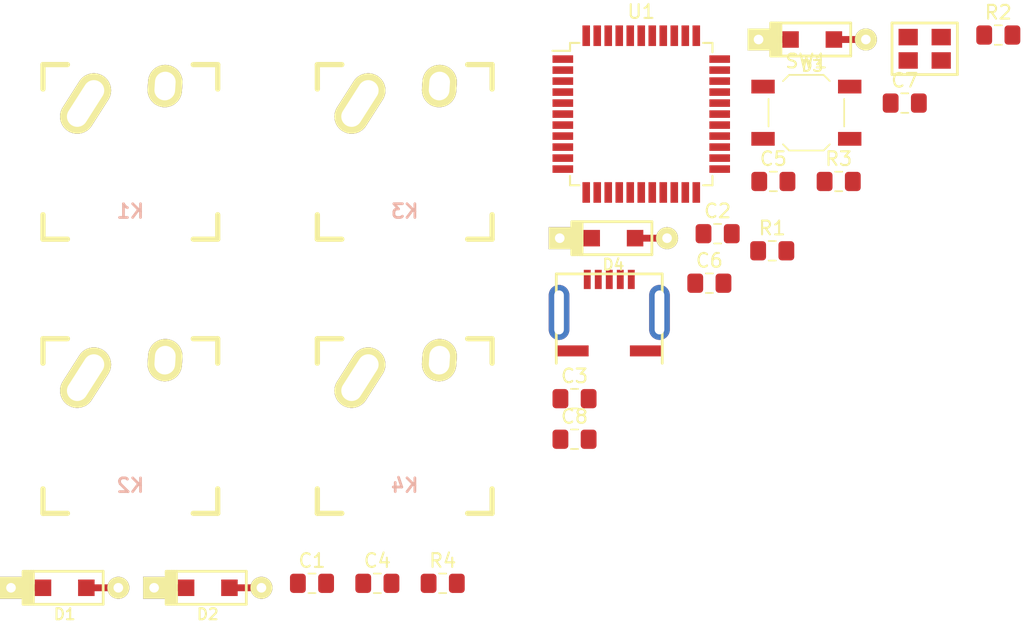
<source format=kicad_pcb>
(kicad_pcb (version 20171130) (host pcbnew "(5.1.5-0-10_14)")

  (general
    (thickness 1.6)
    (drawings 0)
    (tracks 0)
    (zones 0)
    (modules 24)
    (nets 46)
  )

  (page A4)
  (layers
    (0 F.Cu signal)
    (31 B.Cu signal)
    (32 B.Adhes user)
    (33 F.Adhes user)
    (34 B.Paste user)
    (35 F.Paste user)
    (36 B.SilkS user)
    (37 F.SilkS user)
    (38 B.Mask user)
    (39 F.Mask user)
    (40 Dwgs.User user)
    (41 Cmts.User user)
    (42 Eco1.User user)
    (43 Eco2.User user)
    (44 Edge.Cuts user)
    (45 Margin user)
    (46 B.CrtYd user)
    (47 F.CrtYd user)
    (48 B.Fab user)
    (49 F.Fab user)
  )

  (setup
    (last_trace_width 0.25)
    (trace_clearance 0.2)
    (zone_clearance 0.508)
    (zone_45_only no)
    (trace_min 0.2)
    (via_size 0.8)
    (via_drill 0.4)
    (via_min_size 0.4)
    (via_min_drill 0.3)
    (uvia_size 0.3)
    (uvia_drill 0.1)
    (uvias_allowed no)
    (uvia_min_size 0.2)
    (uvia_min_drill 0.1)
    (edge_width 0.05)
    (segment_width 0.2)
    (pcb_text_width 0.3)
    (pcb_text_size 1.5 1.5)
    (mod_edge_width 0.12)
    (mod_text_size 1 1)
    (mod_text_width 0.15)
    (pad_size 1.524 1.524)
    (pad_drill 0.762)
    (pad_to_mask_clearance 0.051)
    (solder_mask_min_width 0.25)
    (aux_axis_origin 0 0)
    (visible_elements FFFFFF7F)
    (pcbplotparams
      (layerselection 0x010fc_ffffffff)
      (usegerberextensions false)
      (usegerberattributes false)
      (usegerberadvancedattributes false)
      (creategerberjobfile false)
      (excludeedgelayer true)
      (linewidth 0.100000)
      (plotframeref false)
      (viasonmask false)
      (mode 1)
      (useauxorigin false)
      (hpglpennumber 1)
      (hpglpenspeed 20)
      (hpglpendiameter 15.000000)
      (psnegative false)
      (psa4output false)
      (plotreference true)
      (plotvalue true)
      (plotinvisibletext false)
      (padsonsilk false)
      (subtractmaskfromsilk false)
      (outputformat 1)
      (mirror false)
      (drillshape 1)
      (scaleselection 1)
      (outputdirectory ""))
  )

  (net 0 "")
  (net 1 "Net-(C1-Pad1)")
  (net 2 +5V)
  (net 3 "Net-(C2-Pad1)")
  (net 4 VCC)
  (net 5 "Net-(C8-Pad1)")
  (net 6 "Net-(D1-Pad2)")
  (net 7 "Net-(D1-Pad1)")
  (net 8 "Net-(D2-Pad2)")
  (net 9 "Net-(D3-Pad2)")
  (net 10 "Net-(D3-Pad1)")
  (net 11 "Net-(D4-Pad2)")
  (net 12 "Net-(J1-Pad1)")
  (net 13 "Net-(J1-Pad2)")
  (net 14 "Net-(J1-Pad3)")
  (net 15 "Net-(J1-Pad4)")
  (net 16 /col0)
  (net 17 /col1)
  (net 18 "Net-(R1-Pad1)")
  (net 19 "Net-(R2-Pad2)")
  (net 20 "Net-(R3-Pad1)")
  (net 21 "Net-(R4-Pad1)")
  (net 22 "Net-(U1-Pad1)")
  (net 23 "Net-(U1-Pad8)")
  (net 24 "Net-(U1-Pad9)")
  (net 25 "Net-(U1-Pad10)")
  (net 26 "Net-(U1-Pad11)")
  (net 27 "Net-(U1-Pad12)")
  (net 28 "Net-(U1-Pad18)")
  (net 29 "Net-(U1-Pad19)")
  (net 30 "Net-(U1-Pad20)")
  (net 31 "Net-(U1-Pad21)")
  (net 32 "Net-(U1-Pad22)")
  (net 33 "Net-(U1-Pad25)")
  (net 34 "Net-(U1-Pad26)")
  (net 35 "Net-(U1-Pad27)")
  (net 36 "Net-(U1-Pad28)")
  (net 37 "Net-(U1-Pad29)")
  (net 38 "Net-(U1-Pad30)")
  (net 39 "Net-(U1-Pad31)")
  (net 40 "Net-(U1-Pad32)")
  (net 41 "Net-(U1-Pad36)")
  (net 42 "Net-(U1-Pad37)")
  (net 43 /row1)
  (net 44 /row0)
  (net 45 "Net-(U1-Pad42)")

  (net_class Default "This is the default net class."
    (clearance 0.2)
    (trace_width 0.25)
    (via_dia 0.8)
    (via_drill 0.4)
    (uvia_dia 0.3)
    (uvia_drill 0.1)
    (add_net +5V)
    (add_net /col0)
    (add_net /col1)
    (add_net /row0)
    (add_net /row1)
    (add_net "Net-(C1-Pad1)")
    (add_net "Net-(C2-Pad1)")
    (add_net "Net-(C8-Pad1)")
    (add_net "Net-(D1-Pad1)")
    (add_net "Net-(D1-Pad2)")
    (add_net "Net-(D2-Pad2)")
    (add_net "Net-(D3-Pad1)")
    (add_net "Net-(D3-Pad2)")
    (add_net "Net-(D4-Pad2)")
    (add_net "Net-(J1-Pad1)")
    (add_net "Net-(J1-Pad2)")
    (add_net "Net-(J1-Pad3)")
    (add_net "Net-(J1-Pad4)")
    (add_net "Net-(R1-Pad1)")
    (add_net "Net-(R2-Pad2)")
    (add_net "Net-(R3-Pad1)")
    (add_net "Net-(R4-Pad1)")
    (add_net "Net-(U1-Pad1)")
    (add_net "Net-(U1-Pad10)")
    (add_net "Net-(U1-Pad11)")
    (add_net "Net-(U1-Pad12)")
    (add_net "Net-(U1-Pad18)")
    (add_net "Net-(U1-Pad19)")
    (add_net "Net-(U1-Pad20)")
    (add_net "Net-(U1-Pad21)")
    (add_net "Net-(U1-Pad22)")
    (add_net "Net-(U1-Pad25)")
    (add_net "Net-(U1-Pad26)")
    (add_net "Net-(U1-Pad27)")
    (add_net "Net-(U1-Pad28)")
    (add_net "Net-(U1-Pad29)")
    (add_net "Net-(U1-Pad30)")
    (add_net "Net-(U1-Pad31)")
    (add_net "Net-(U1-Pad32)")
    (add_net "Net-(U1-Pad36)")
    (add_net "Net-(U1-Pad37)")
    (add_net "Net-(U1-Pad42)")
    (add_net "Net-(U1-Pad8)")
    (add_net "Net-(U1-Pad9)")
    (add_net VCC)
  )

  (module Capacitor_SMD:C_0805_2012Metric_Pad1.15x1.40mm_HandSolder (layer F.Cu) (tedit 5B36C52B) (tstamp 5E42A4D5)
    (at 120.306251 78.955001)
    (descr "Capacitor SMD 0805 (2012 Metric), square (rectangular) end terminal, IPC_7351 nominal with elongated pad for handsoldering. (Body size source: https://docs.google.com/spreadsheets/d/1BsfQQcO9C6DZCsRaXUlFlo91Tg2WpOkGARC1WS5S8t0/edit?usp=sharing), generated with kicad-footprint-generator")
    (tags "capacitor handsolder")
    (path /5E41AA1B)
    (attr smd)
    (fp_text reference C1 (at 0 -1.65) (layer F.SilkS)
      (effects (font (size 1 1) (thickness 0.15)))
    )
    (fp_text value 22p (at 0 1.65) (layer F.Fab)
      (effects (font (size 1 1) (thickness 0.15)))
    )
    (fp_line (start -1 0.6) (end -1 -0.6) (layer F.Fab) (width 0.1))
    (fp_line (start -1 -0.6) (end 1 -0.6) (layer F.Fab) (width 0.1))
    (fp_line (start 1 -0.6) (end 1 0.6) (layer F.Fab) (width 0.1))
    (fp_line (start 1 0.6) (end -1 0.6) (layer F.Fab) (width 0.1))
    (fp_line (start -0.261252 -0.71) (end 0.261252 -0.71) (layer F.SilkS) (width 0.12))
    (fp_line (start -0.261252 0.71) (end 0.261252 0.71) (layer F.SilkS) (width 0.12))
    (fp_line (start -1.85 0.95) (end -1.85 -0.95) (layer F.CrtYd) (width 0.05))
    (fp_line (start -1.85 -0.95) (end 1.85 -0.95) (layer F.CrtYd) (width 0.05))
    (fp_line (start 1.85 -0.95) (end 1.85 0.95) (layer F.CrtYd) (width 0.05))
    (fp_line (start 1.85 0.95) (end -1.85 0.95) (layer F.CrtYd) (width 0.05))
    (fp_text user %R (at 0 0) (layer F.Fab)
      (effects (font (size 0.5 0.5) (thickness 0.08)))
    )
    (pad 1 smd roundrect (at -1.025 0) (size 1.15 1.4) (layers F.Cu F.Paste F.Mask) (roundrect_rratio 0.217391)
      (net 1 "Net-(C1-Pad1)"))
    (pad 2 smd roundrect (at 1.025 0) (size 1.15 1.4) (layers F.Cu F.Paste F.Mask) (roundrect_rratio 0.217391)
      (net 2 +5V))
    (model ${KISYS3DMOD}/Capacitor_SMD.3dshapes/C_0805_2012Metric.wrl
      (at (xyz 0 0 0))
      (scale (xyz 1 1 1))
      (rotate (xyz 0 0 0))
    )
  )

  (module Capacitor_SMD:C_0805_2012Metric_Pad1.15x1.40mm_HandSolder (layer F.Cu) (tedit 5B36C52B) (tstamp 5E42A4E6)
    (at 149.786251 53.525001)
    (descr "Capacitor SMD 0805 (2012 Metric), square (rectangular) end terminal, IPC_7351 nominal with elongated pad for handsoldering. (Body size source: https://docs.google.com/spreadsheets/d/1BsfQQcO9C6DZCsRaXUlFlo91Tg2WpOkGARC1WS5S8t0/edit?usp=sharing), generated with kicad-footprint-generator")
    (tags "capacitor handsolder")
    (path /5E41D142)
    (attr smd)
    (fp_text reference C2 (at 0 -1.65) (layer F.SilkS)
      (effects (font (size 1 1) (thickness 0.15)))
    )
    (fp_text value 22p (at 0 1.65) (layer F.Fab)
      (effects (font (size 1 1) (thickness 0.15)))
    )
    (fp_text user %R (at 0 0) (layer F.Fab)
      (effects (font (size 0.5 0.5) (thickness 0.08)))
    )
    (fp_line (start 1.85 0.95) (end -1.85 0.95) (layer F.CrtYd) (width 0.05))
    (fp_line (start 1.85 -0.95) (end 1.85 0.95) (layer F.CrtYd) (width 0.05))
    (fp_line (start -1.85 -0.95) (end 1.85 -0.95) (layer F.CrtYd) (width 0.05))
    (fp_line (start -1.85 0.95) (end -1.85 -0.95) (layer F.CrtYd) (width 0.05))
    (fp_line (start -0.261252 0.71) (end 0.261252 0.71) (layer F.SilkS) (width 0.12))
    (fp_line (start -0.261252 -0.71) (end 0.261252 -0.71) (layer F.SilkS) (width 0.12))
    (fp_line (start 1 0.6) (end -1 0.6) (layer F.Fab) (width 0.1))
    (fp_line (start 1 -0.6) (end 1 0.6) (layer F.Fab) (width 0.1))
    (fp_line (start -1 -0.6) (end 1 -0.6) (layer F.Fab) (width 0.1))
    (fp_line (start -1 0.6) (end -1 -0.6) (layer F.Fab) (width 0.1))
    (pad 2 smd roundrect (at 1.025 0) (size 1.15 1.4) (layers F.Cu F.Paste F.Mask) (roundrect_rratio 0.217391)
      (net 2 +5V))
    (pad 1 smd roundrect (at -1.025 0) (size 1.15 1.4) (layers F.Cu F.Paste F.Mask) (roundrect_rratio 0.217391)
      (net 3 "Net-(C2-Pad1)"))
    (model ${KISYS3DMOD}/Capacitor_SMD.3dshapes/C_0805_2012Metric.wrl
      (at (xyz 0 0 0))
      (scale (xyz 1 1 1))
      (rotate (xyz 0 0 0))
    )
  )

  (module Capacitor_SMD:C_0805_2012Metric_Pad1.15x1.40mm_HandSolder (layer F.Cu) (tedit 5B36C52B) (tstamp 5E42A4F7)
    (at 139.386251 65.525001)
    (descr "Capacitor SMD 0805 (2012 Metric), square (rectangular) end terminal, IPC_7351 nominal with elongated pad for handsoldering. (Body size source: https://docs.google.com/spreadsheets/d/1BsfQQcO9C6DZCsRaXUlFlo91Tg2WpOkGARC1WS5S8t0/edit?usp=sharing), generated with kicad-footprint-generator")
    (tags "capacitor handsolder")
    (path /5E435352)
    (attr smd)
    (fp_text reference C3 (at 0 -1.65) (layer F.SilkS)
      (effects (font (size 1 1) (thickness 0.15)))
    )
    (fp_text value 0.1u (at 0 1.65) (layer F.Fab)
      (effects (font (size 1 1) (thickness 0.15)))
    )
    (fp_line (start -1 0.6) (end -1 -0.6) (layer F.Fab) (width 0.1))
    (fp_line (start -1 -0.6) (end 1 -0.6) (layer F.Fab) (width 0.1))
    (fp_line (start 1 -0.6) (end 1 0.6) (layer F.Fab) (width 0.1))
    (fp_line (start 1 0.6) (end -1 0.6) (layer F.Fab) (width 0.1))
    (fp_line (start -0.261252 -0.71) (end 0.261252 -0.71) (layer F.SilkS) (width 0.12))
    (fp_line (start -0.261252 0.71) (end 0.261252 0.71) (layer F.SilkS) (width 0.12))
    (fp_line (start -1.85 0.95) (end -1.85 -0.95) (layer F.CrtYd) (width 0.05))
    (fp_line (start -1.85 -0.95) (end 1.85 -0.95) (layer F.CrtYd) (width 0.05))
    (fp_line (start 1.85 -0.95) (end 1.85 0.95) (layer F.CrtYd) (width 0.05))
    (fp_line (start 1.85 0.95) (end -1.85 0.95) (layer F.CrtYd) (width 0.05))
    (fp_text user %R (at 0 0) (layer F.Fab)
      (effects (font (size 0.5 0.5) (thickness 0.08)))
    )
    (pad 1 smd roundrect (at -1.025 0) (size 1.15 1.4) (layers F.Cu F.Paste F.Mask) (roundrect_rratio 0.217391)
      (net 4 VCC))
    (pad 2 smd roundrect (at 1.025 0) (size 1.15 1.4) (layers F.Cu F.Paste F.Mask) (roundrect_rratio 0.217391)
      (net 2 +5V))
    (model ${KISYS3DMOD}/Capacitor_SMD.3dshapes/C_0805_2012Metric.wrl
      (at (xyz 0 0 0))
      (scale (xyz 1 1 1))
      (rotate (xyz 0 0 0))
    )
  )

  (module Capacitor_SMD:C_0805_2012Metric_Pad1.15x1.40mm_HandSolder (layer F.Cu) (tedit 5B36C52B) (tstamp 5E42A508)
    (at 125.056251 78.955001)
    (descr "Capacitor SMD 0805 (2012 Metric), square (rectangular) end terminal, IPC_7351 nominal with elongated pad for handsoldering. (Body size source: https://docs.google.com/spreadsheets/d/1BsfQQcO9C6DZCsRaXUlFlo91Tg2WpOkGARC1WS5S8t0/edit?usp=sharing), generated with kicad-footprint-generator")
    (tags "capacitor handsolder")
    (path /5E43699F)
    (attr smd)
    (fp_text reference C4 (at 0 -1.65) (layer F.SilkS)
      (effects (font (size 1 1) (thickness 0.15)))
    )
    (fp_text value 0.1u (at 0 1.65) (layer F.Fab)
      (effects (font (size 1 1) (thickness 0.15)))
    )
    (fp_text user %R (at 0 0) (layer F.Fab)
      (effects (font (size 0.5 0.5) (thickness 0.08)))
    )
    (fp_line (start 1.85 0.95) (end -1.85 0.95) (layer F.CrtYd) (width 0.05))
    (fp_line (start 1.85 -0.95) (end 1.85 0.95) (layer F.CrtYd) (width 0.05))
    (fp_line (start -1.85 -0.95) (end 1.85 -0.95) (layer F.CrtYd) (width 0.05))
    (fp_line (start -1.85 0.95) (end -1.85 -0.95) (layer F.CrtYd) (width 0.05))
    (fp_line (start -0.261252 0.71) (end 0.261252 0.71) (layer F.SilkS) (width 0.12))
    (fp_line (start -0.261252 -0.71) (end 0.261252 -0.71) (layer F.SilkS) (width 0.12))
    (fp_line (start 1 0.6) (end -1 0.6) (layer F.Fab) (width 0.1))
    (fp_line (start 1 -0.6) (end 1 0.6) (layer F.Fab) (width 0.1))
    (fp_line (start -1 -0.6) (end 1 -0.6) (layer F.Fab) (width 0.1))
    (fp_line (start -1 0.6) (end -1 -0.6) (layer F.Fab) (width 0.1))
    (pad 2 smd roundrect (at 1.025 0) (size 1.15 1.4) (layers F.Cu F.Paste F.Mask) (roundrect_rratio 0.217391)
      (net 2 +5V))
    (pad 1 smd roundrect (at -1.025 0) (size 1.15 1.4) (layers F.Cu F.Paste F.Mask) (roundrect_rratio 0.217391)
      (net 4 VCC))
    (model ${KISYS3DMOD}/Capacitor_SMD.3dshapes/C_0805_2012Metric.wrl
      (at (xyz 0 0 0))
      (scale (xyz 1 1 1))
      (rotate (xyz 0 0 0))
    )
  )

  (module Capacitor_SMD:C_0805_2012Metric_Pad1.15x1.40mm_HandSolder (layer F.Cu) (tedit 5B36C52B) (tstamp 5E42A519)
    (at 153.836251 49.725001)
    (descr "Capacitor SMD 0805 (2012 Metric), square (rectangular) end terminal, IPC_7351 nominal with elongated pad for handsoldering. (Body size source: https://docs.google.com/spreadsheets/d/1BsfQQcO9C6DZCsRaXUlFlo91Tg2WpOkGARC1WS5S8t0/edit?usp=sharing), generated with kicad-footprint-generator")
    (tags "capacitor handsolder")
    (path /5E436B9B)
    (attr smd)
    (fp_text reference C5 (at 0 -1.65) (layer F.SilkS)
      (effects (font (size 1 1) (thickness 0.15)))
    )
    (fp_text value 0.1u (at 0 1.65) (layer F.Fab)
      (effects (font (size 1 1) (thickness 0.15)))
    )
    (fp_line (start -1 0.6) (end -1 -0.6) (layer F.Fab) (width 0.1))
    (fp_line (start -1 -0.6) (end 1 -0.6) (layer F.Fab) (width 0.1))
    (fp_line (start 1 -0.6) (end 1 0.6) (layer F.Fab) (width 0.1))
    (fp_line (start 1 0.6) (end -1 0.6) (layer F.Fab) (width 0.1))
    (fp_line (start -0.261252 -0.71) (end 0.261252 -0.71) (layer F.SilkS) (width 0.12))
    (fp_line (start -0.261252 0.71) (end 0.261252 0.71) (layer F.SilkS) (width 0.12))
    (fp_line (start -1.85 0.95) (end -1.85 -0.95) (layer F.CrtYd) (width 0.05))
    (fp_line (start -1.85 -0.95) (end 1.85 -0.95) (layer F.CrtYd) (width 0.05))
    (fp_line (start 1.85 -0.95) (end 1.85 0.95) (layer F.CrtYd) (width 0.05))
    (fp_line (start 1.85 0.95) (end -1.85 0.95) (layer F.CrtYd) (width 0.05))
    (fp_text user %R (at 0 0) (layer F.Fab)
      (effects (font (size 0.5 0.5) (thickness 0.08)))
    )
    (pad 1 smd roundrect (at -1.025 0) (size 1.15 1.4) (layers F.Cu F.Paste F.Mask) (roundrect_rratio 0.217391)
      (net 4 VCC))
    (pad 2 smd roundrect (at 1.025 0) (size 1.15 1.4) (layers F.Cu F.Paste F.Mask) (roundrect_rratio 0.217391)
      (net 2 +5V))
    (model ${KISYS3DMOD}/Capacitor_SMD.3dshapes/C_0805_2012Metric.wrl
      (at (xyz 0 0 0))
      (scale (xyz 1 1 1))
      (rotate (xyz 0 0 0))
    )
  )

  (module Capacitor_SMD:C_0805_2012Metric_Pad1.15x1.40mm_HandSolder (layer F.Cu) (tedit 5B36C52B) (tstamp 5E42A52A)
    (at 149.186251 57.125001)
    (descr "Capacitor SMD 0805 (2012 Metric), square (rectangular) end terminal, IPC_7351 nominal with elongated pad for handsoldering. (Body size source: https://docs.google.com/spreadsheets/d/1BsfQQcO9C6DZCsRaXUlFlo91Tg2WpOkGARC1WS5S8t0/edit?usp=sharing), generated with kicad-footprint-generator")
    (tags "capacitor handsolder")
    (path /5E4458EB)
    (attr smd)
    (fp_text reference C6 (at 0 -1.65) (layer F.SilkS)
      (effects (font (size 1 1) (thickness 0.15)))
    )
    (fp_text value 0.1u (at 0 1.65) (layer F.Fab)
      (effects (font (size 1 1) (thickness 0.15)))
    )
    (fp_text user %R (at 0 0) (layer F.Fab)
      (effects (font (size 0.5 0.5) (thickness 0.08)))
    )
    (fp_line (start 1.85 0.95) (end -1.85 0.95) (layer F.CrtYd) (width 0.05))
    (fp_line (start 1.85 -0.95) (end 1.85 0.95) (layer F.CrtYd) (width 0.05))
    (fp_line (start -1.85 -0.95) (end 1.85 -0.95) (layer F.CrtYd) (width 0.05))
    (fp_line (start -1.85 0.95) (end -1.85 -0.95) (layer F.CrtYd) (width 0.05))
    (fp_line (start -0.261252 0.71) (end 0.261252 0.71) (layer F.SilkS) (width 0.12))
    (fp_line (start -0.261252 -0.71) (end 0.261252 -0.71) (layer F.SilkS) (width 0.12))
    (fp_line (start 1 0.6) (end -1 0.6) (layer F.Fab) (width 0.1))
    (fp_line (start 1 -0.6) (end 1 0.6) (layer F.Fab) (width 0.1))
    (fp_line (start -1 -0.6) (end 1 -0.6) (layer F.Fab) (width 0.1))
    (fp_line (start -1 0.6) (end -1 -0.6) (layer F.Fab) (width 0.1))
    (pad 2 smd roundrect (at 1.025 0) (size 1.15 1.4) (layers F.Cu F.Paste F.Mask) (roundrect_rratio 0.217391)
      (net 2 +5V))
    (pad 1 smd roundrect (at -1.025 0) (size 1.15 1.4) (layers F.Cu F.Paste F.Mask) (roundrect_rratio 0.217391)
      (net 4 VCC))
    (model ${KISYS3DMOD}/Capacitor_SMD.3dshapes/C_0805_2012Metric.wrl
      (at (xyz 0 0 0))
      (scale (xyz 1 1 1))
      (rotate (xyz 0 0 0))
    )
  )

  (module Capacitor_SMD:C_0805_2012Metric_Pad1.15x1.40mm_HandSolder (layer F.Cu) (tedit 5B36C52B) (tstamp 5E42A53B)
    (at 163.386251 44.025001)
    (descr "Capacitor SMD 0805 (2012 Metric), square (rectangular) end terminal, IPC_7351 nominal with elongated pad for handsoldering. (Body size source: https://docs.google.com/spreadsheets/d/1BsfQQcO9C6DZCsRaXUlFlo91Tg2WpOkGARC1WS5S8t0/edit?usp=sharing), generated with kicad-footprint-generator")
    (tags "capacitor handsolder")
    (path /5E44713C)
    (attr smd)
    (fp_text reference C7 (at 0 -1.65) (layer F.SilkS)
      (effects (font (size 1 1) (thickness 0.15)))
    )
    (fp_text value 4.7u (at 0 1.65) (layer F.Fab)
      (effects (font (size 1 1) (thickness 0.15)))
    )
    (fp_line (start -1 0.6) (end -1 -0.6) (layer F.Fab) (width 0.1))
    (fp_line (start -1 -0.6) (end 1 -0.6) (layer F.Fab) (width 0.1))
    (fp_line (start 1 -0.6) (end 1 0.6) (layer F.Fab) (width 0.1))
    (fp_line (start 1 0.6) (end -1 0.6) (layer F.Fab) (width 0.1))
    (fp_line (start -0.261252 -0.71) (end 0.261252 -0.71) (layer F.SilkS) (width 0.12))
    (fp_line (start -0.261252 0.71) (end 0.261252 0.71) (layer F.SilkS) (width 0.12))
    (fp_line (start -1.85 0.95) (end -1.85 -0.95) (layer F.CrtYd) (width 0.05))
    (fp_line (start -1.85 -0.95) (end 1.85 -0.95) (layer F.CrtYd) (width 0.05))
    (fp_line (start 1.85 -0.95) (end 1.85 0.95) (layer F.CrtYd) (width 0.05))
    (fp_line (start 1.85 0.95) (end -1.85 0.95) (layer F.CrtYd) (width 0.05))
    (fp_text user %R (at 0 0) (layer F.Fab)
      (effects (font (size 0.5 0.5) (thickness 0.08)))
    )
    (pad 1 smd roundrect (at -1.025 0) (size 1.15 1.4) (layers F.Cu F.Paste F.Mask) (roundrect_rratio 0.217391)
      (net 4 VCC))
    (pad 2 smd roundrect (at 1.025 0) (size 1.15 1.4) (layers F.Cu F.Paste F.Mask) (roundrect_rratio 0.217391)
      (net 2 +5V))
    (model ${KISYS3DMOD}/Capacitor_SMD.3dshapes/C_0805_2012Metric.wrl
      (at (xyz 0 0 0))
      (scale (xyz 1 1 1))
      (rotate (xyz 0 0 0))
    )
  )

  (module Capacitor_SMD:C_0805_2012Metric_Pad1.15x1.40mm_HandSolder (layer F.Cu) (tedit 5B36C52B) (tstamp 5E42A54C)
    (at 139.386251 68.475001)
    (descr "Capacitor SMD 0805 (2012 Metric), square (rectangular) end terminal, IPC_7351 nominal with elongated pad for handsoldering. (Body size source: https://docs.google.com/spreadsheets/d/1BsfQQcO9C6DZCsRaXUlFlo91Tg2WpOkGARC1WS5S8t0/edit?usp=sharing), generated with kicad-footprint-generator")
    (tags "capacitor handsolder")
    (path /5E479A74)
    (attr smd)
    (fp_text reference C8 (at 0 -1.65) (layer F.SilkS)
      (effects (font (size 1 1) (thickness 0.15)))
    )
    (fp_text value 1u (at 0 1.65) (layer F.Fab)
      (effects (font (size 1 1) (thickness 0.15)))
    )
    (fp_text user %R (at 0 0) (layer F.Fab)
      (effects (font (size 0.5 0.5) (thickness 0.08)))
    )
    (fp_line (start 1.85 0.95) (end -1.85 0.95) (layer F.CrtYd) (width 0.05))
    (fp_line (start 1.85 -0.95) (end 1.85 0.95) (layer F.CrtYd) (width 0.05))
    (fp_line (start -1.85 -0.95) (end 1.85 -0.95) (layer F.CrtYd) (width 0.05))
    (fp_line (start -1.85 0.95) (end -1.85 -0.95) (layer F.CrtYd) (width 0.05))
    (fp_line (start -0.261252 0.71) (end 0.261252 0.71) (layer F.SilkS) (width 0.12))
    (fp_line (start -0.261252 -0.71) (end 0.261252 -0.71) (layer F.SilkS) (width 0.12))
    (fp_line (start 1 0.6) (end -1 0.6) (layer F.Fab) (width 0.1))
    (fp_line (start 1 -0.6) (end 1 0.6) (layer F.Fab) (width 0.1))
    (fp_line (start -1 -0.6) (end 1 -0.6) (layer F.Fab) (width 0.1))
    (fp_line (start -1 0.6) (end -1 -0.6) (layer F.Fab) (width 0.1))
    (pad 2 smd roundrect (at 1.025 0) (size 1.15 1.4) (layers F.Cu F.Paste F.Mask) (roundrect_rratio 0.217391)
      (net 2 +5V))
    (pad 1 smd roundrect (at -1.025 0) (size 1.15 1.4) (layers F.Cu F.Paste F.Mask) (roundrect_rratio 0.217391)
      (net 5 "Net-(C8-Pad1)"))
    (model ${KISYS3DMOD}/Capacitor_SMD.3dshapes/C_0805_2012Metric.wrl
      (at (xyz 0 0 0))
      (scale (xyz 1 1 1))
      (rotate (xyz 0 0 0))
    )
  )

  (module keyboard_parts:D_SOD123_axial (layer F.Cu) (tedit 561B6A12) (tstamp 5E42A55F)
    (at 102.33125 79.280001)
    (path /5E4B5AE0)
    (attr smd)
    (fp_text reference D1 (at 0 1.925) (layer F.SilkS)
      (effects (font (size 0.8 0.8) (thickness 0.15)))
    )
    (fp_text value D (at 0 -1.925) (layer F.SilkS) hide
      (effects (font (size 0.8 0.8) (thickness 0.15)))
    )
    (fp_line (start -2.275 -1.2) (end -2.275 1.2) (layer F.SilkS) (width 0.2))
    (fp_line (start -2.45 -1.2) (end -2.45 1.2) (layer F.SilkS) (width 0.2))
    (fp_line (start -2.625 -1.2) (end -2.625 1.2) (layer F.SilkS) (width 0.2))
    (fp_line (start -3.025 1.2) (end -3.025 -1.2) (layer F.SilkS) (width 0.2))
    (fp_line (start -2.8 -1.2) (end -2.8 1.2) (layer F.SilkS) (width 0.2))
    (fp_line (start -2.925 -1.2) (end -2.925 1.2) (layer F.SilkS) (width 0.2))
    (fp_line (start -3 -1.2) (end 2.8 -1.2) (layer F.SilkS) (width 0.2))
    (fp_line (start 2.8 -1.2) (end 2.8 1.2) (layer F.SilkS) (width 0.2))
    (fp_line (start 2.8 1.2) (end -3 1.2) (layer F.SilkS) (width 0.2))
    (pad 2 smd rect (at 1.575 0) (size 1.2 1.2) (layers F.Cu F.Paste F.Mask)
      (net 6 "Net-(D1-Pad2)"))
    (pad 1 smd rect (at -1.575 0) (size 1.2 1.2) (layers F.Cu F.Paste F.Mask)
      (net 7 "Net-(D1-Pad1)"))
    (pad 1 thru_hole rect (at -3.9 0) (size 1.6 1.6) (drill 0.7) (layers *.Cu *.Mask F.SilkS)
      (net 7 "Net-(D1-Pad1)"))
    (pad 2 thru_hole circle (at 3.9 0) (size 1.6 1.6) (drill 0.7) (layers *.Cu *.Mask F.SilkS)
      (net 6 "Net-(D1-Pad2)"))
    (pad 1 smd rect (at -2.7 0) (size 2.5 0.5) (layers F.Cu)
      (net 7 "Net-(D1-Pad1)") (solder_mask_margin -999))
    (pad 2 smd rect (at 2.7 0) (size 2.5 0.5) (layers F.Cu)
      (net 6 "Net-(D1-Pad2)") (solder_mask_margin -999))
  )

  (module keyboard_parts:D_SOD123_axial (layer F.Cu) (tedit 561B6A12) (tstamp 5E42A572)
    (at 112.73125 79.280001)
    (path /5E4BD267)
    (attr smd)
    (fp_text reference D2 (at 0 1.925) (layer F.SilkS)
      (effects (font (size 0.8 0.8) (thickness 0.15)))
    )
    (fp_text value D (at 0 -1.925) (layer F.SilkS) hide
      (effects (font (size 0.8 0.8) (thickness 0.15)))
    )
    (fp_line (start -2.275 -1.2) (end -2.275 1.2) (layer F.SilkS) (width 0.2))
    (fp_line (start -2.45 -1.2) (end -2.45 1.2) (layer F.SilkS) (width 0.2))
    (fp_line (start -2.625 -1.2) (end -2.625 1.2) (layer F.SilkS) (width 0.2))
    (fp_line (start -3.025 1.2) (end -3.025 -1.2) (layer F.SilkS) (width 0.2))
    (fp_line (start -2.8 -1.2) (end -2.8 1.2) (layer F.SilkS) (width 0.2))
    (fp_line (start -2.925 -1.2) (end -2.925 1.2) (layer F.SilkS) (width 0.2))
    (fp_line (start -3 -1.2) (end 2.8 -1.2) (layer F.SilkS) (width 0.2))
    (fp_line (start 2.8 -1.2) (end 2.8 1.2) (layer F.SilkS) (width 0.2))
    (fp_line (start 2.8 1.2) (end -3 1.2) (layer F.SilkS) (width 0.2))
    (pad 2 smd rect (at 1.575 0) (size 1.2 1.2) (layers F.Cu F.Paste F.Mask)
      (net 8 "Net-(D2-Pad2)"))
    (pad 1 smd rect (at -1.575 0) (size 1.2 1.2) (layers F.Cu F.Paste F.Mask)
      (net 7 "Net-(D1-Pad1)"))
    (pad 1 thru_hole rect (at -3.9 0) (size 1.6 1.6) (drill 0.7) (layers *.Cu *.Mask F.SilkS)
      (net 7 "Net-(D1-Pad1)"))
    (pad 2 thru_hole circle (at 3.9 0) (size 1.6 1.6) (drill 0.7) (layers *.Cu *.Mask F.SilkS)
      (net 8 "Net-(D2-Pad2)"))
    (pad 1 smd rect (at -2.7 0) (size 2.5 0.5) (layers F.Cu)
      (net 7 "Net-(D1-Pad1)") (solder_mask_margin -999))
    (pad 2 smd rect (at 2.7 0) (size 2.5 0.5) (layers F.Cu)
      (net 8 "Net-(D2-Pad2)") (solder_mask_margin -999))
  )

  (module keyboard_parts:D_SOD123_axial (layer F.Cu) (tedit 561B6A12) (tstamp 5E42A585)
    (at 156.66125 39.400001)
    (path /5E4BF5C9)
    (attr smd)
    (fp_text reference D3 (at 0 1.925) (layer F.SilkS)
      (effects (font (size 0.8 0.8) (thickness 0.15)))
    )
    (fp_text value D (at 0 -1.925) (layer F.SilkS) hide
      (effects (font (size 0.8 0.8) (thickness 0.15)))
    )
    (fp_line (start 2.8 1.2) (end -3 1.2) (layer F.SilkS) (width 0.2))
    (fp_line (start 2.8 -1.2) (end 2.8 1.2) (layer F.SilkS) (width 0.2))
    (fp_line (start -3 -1.2) (end 2.8 -1.2) (layer F.SilkS) (width 0.2))
    (fp_line (start -2.925 -1.2) (end -2.925 1.2) (layer F.SilkS) (width 0.2))
    (fp_line (start -2.8 -1.2) (end -2.8 1.2) (layer F.SilkS) (width 0.2))
    (fp_line (start -3.025 1.2) (end -3.025 -1.2) (layer F.SilkS) (width 0.2))
    (fp_line (start -2.625 -1.2) (end -2.625 1.2) (layer F.SilkS) (width 0.2))
    (fp_line (start -2.45 -1.2) (end -2.45 1.2) (layer F.SilkS) (width 0.2))
    (fp_line (start -2.275 -1.2) (end -2.275 1.2) (layer F.SilkS) (width 0.2))
    (pad 2 smd rect (at 2.7 0) (size 2.5 0.5) (layers F.Cu)
      (net 9 "Net-(D3-Pad2)") (solder_mask_margin -999))
    (pad 1 smd rect (at -2.7 0) (size 2.5 0.5) (layers F.Cu)
      (net 10 "Net-(D3-Pad1)") (solder_mask_margin -999))
    (pad 2 thru_hole circle (at 3.9 0) (size 1.6 1.6) (drill 0.7) (layers *.Cu *.Mask F.SilkS)
      (net 9 "Net-(D3-Pad2)"))
    (pad 1 thru_hole rect (at -3.9 0) (size 1.6 1.6) (drill 0.7) (layers *.Cu *.Mask F.SilkS)
      (net 10 "Net-(D3-Pad1)"))
    (pad 1 smd rect (at -1.575 0) (size 1.2 1.2) (layers F.Cu F.Paste F.Mask)
      (net 10 "Net-(D3-Pad1)"))
    (pad 2 smd rect (at 1.575 0) (size 1.2 1.2) (layers F.Cu F.Paste F.Mask)
      (net 9 "Net-(D3-Pad2)"))
  )

  (module keyboard_parts:D_SOD123_axial (layer F.Cu) (tedit 561B6A12) (tstamp 5E42A598)
    (at 142.21125 53.850001)
    (path /5E4BCA07)
    (attr smd)
    (fp_text reference D4 (at 0 1.925) (layer F.SilkS)
      (effects (font (size 0.8 0.8) (thickness 0.15)))
    )
    (fp_text value D (at 0 -1.925) (layer F.SilkS) hide
      (effects (font (size 0.8 0.8) (thickness 0.15)))
    )
    (fp_line (start 2.8 1.2) (end -3 1.2) (layer F.SilkS) (width 0.2))
    (fp_line (start 2.8 -1.2) (end 2.8 1.2) (layer F.SilkS) (width 0.2))
    (fp_line (start -3 -1.2) (end 2.8 -1.2) (layer F.SilkS) (width 0.2))
    (fp_line (start -2.925 -1.2) (end -2.925 1.2) (layer F.SilkS) (width 0.2))
    (fp_line (start -2.8 -1.2) (end -2.8 1.2) (layer F.SilkS) (width 0.2))
    (fp_line (start -3.025 1.2) (end -3.025 -1.2) (layer F.SilkS) (width 0.2))
    (fp_line (start -2.625 -1.2) (end -2.625 1.2) (layer F.SilkS) (width 0.2))
    (fp_line (start -2.45 -1.2) (end -2.45 1.2) (layer F.SilkS) (width 0.2))
    (fp_line (start -2.275 -1.2) (end -2.275 1.2) (layer F.SilkS) (width 0.2))
    (pad 2 smd rect (at 2.7 0) (size 2.5 0.5) (layers F.Cu)
      (net 11 "Net-(D4-Pad2)") (solder_mask_margin -999))
    (pad 1 smd rect (at -2.7 0) (size 2.5 0.5) (layers F.Cu)
      (net 10 "Net-(D3-Pad1)") (solder_mask_margin -999))
    (pad 2 thru_hole circle (at 3.9 0) (size 1.6 1.6) (drill 0.7) (layers *.Cu *.Mask F.SilkS)
      (net 11 "Net-(D4-Pad2)"))
    (pad 1 thru_hole rect (at -3.9 0) (size 1.6 1.6) (drill 0.7) (layers *.Cu *.Mask F.SilkS)
      (net 10 "Net-(D3-Pad1)"))
    (pad 1 smd rect (at -1.575 0) (size 1.2 1.2) (layers F.Cu F.Paste F.Mask)
      (net 10 "Net-(D3-Pad1)"))
    (pad 2 smd rect (at 1.575 0) (size 1.2 1.2) (layers F.Cu F.Paste F.Mask)
      (net 11 "Net-(D4-Pad2)"))
  )

  (module keyboard_parts:USB_miniB_hirose_5S8 (layer F.Cu) (tedit 5950B1FC) (tstamp 5E42A5AD)
    (at 141.91125 56.85)
    (descr "USB miniB hirose UX60SC-MB-5S8")
    (tags "USB miniB hirose through hole UX60SC-MB-5S8")
    (path /5E463F97)
    (fp_text reference J1 (at 0 2.45) (layer F.SilkS) hide
      (effects (font (size 0.8128 0.8128) (thickness 0.2032)))
    )
    (fp_text value USB_mini_micro_B (at 0 7.95) (layer Dwgs.User) hide
      (effects (font (size 1.524 1.524) (thickness 0.3048)))
    )
    (fp_line (start 3.85 -0.4) (end 3.85 6.1) (layer F.SilkS) (width 0.2))
    (fp_line (start -3.85 -0.4) (end -3.85 6.1) (layer F.SilkS) (width 0.2))
    (fp_line (start -3.85 -0.4) (end 3.85 -0.4) (layer F.SilkS) (width 0.2))
    (fp_line (start -1 6.1) (end 1 6.1) (layer Dwgs.User) (width 0.2))
    (fp_line (start -3.85 6.6) (end -3.85 5.7) (layer Dwgs.User) (width 0.2))
    (fp_line (start 3.85 6.6) (end 3.85 5.7) (layer Dwgs.User) (width 0.2))
    (fp_text user "PCB edge" (at -0.05 5.35) (layer Dwgs.User) hide
      (effects (font (size 0.5 0.5) (thickness 0.125)))
    )
    (fp_line (start -3.85 6.6) (end 3.85 6.6) (layer Dwgs.User) (width 0.2))
    (pad 6 smd rect (at 2.675 5.2) (size 2.35 0.8) (layers F.Cu F.Paste F.Mask)
      (net 2 +5V))
    (pad 6 smd rect (at -2.675 5.2) (size 2.35 0.8) (layers F.Cu F.Paste F.Mask)
      (net 2 +5V))
    (pad 1 smd rect (at -1.6 0) (size 0.5 1.4) (layers F.Cu F.Paste F.Mask)
      (net 12 "Net-(J1-Pad1)"))
    (pad 2 smd rect (at -0.8 0) (size 0.5 1.4) (layers F.Cu F.Paste F.Mask)
      (net 13 "Net-(J1-Pad2)"))
    (pad 3 smd rect (at 0 0) (size 0.5 1.4) (layers F.Cu F.Paste F.Mask)
      (net 14 "Net-(J1-Pad3)"))
    (pad 4 smd rect (at 0.8 0) (size 0.5 1.4) (layers F.Cu F.Paste F.Mask)
      (net 15 "Net-(J1-Pad4)"))
    (pad 5 smd rect (at 1.6 0) (size 0.5 1.4) (layers F.Cu F.Paste F.Mask)
      (net 2 +5V))
    (pad 6 thru_hole oval (at -3.65 2.4) (size 1.5 4) (drill oval 0.7 3.2) (layers *.Cu *.Mask F.Paste)
      (net 2 +5V))
    (pad 6 thru_hole oval (at 3.65 2.4) (size 1.5 4) (drill oval 0.7 3.2) (layers *.Cu *.Mask F.Paste)
      (net 2 +5V))
  )

  (module keebs:Mx_Alps_100 (layer F.Cu) (tedit 58057B75) (tstamp 5E42A5D2)
    (at 107.105451 47.574201)
    (descr MXALPS)
    (tags MXALPS)
    (path /5E496760)
    (fp_text reference K1 (at 0 4.318) (layer B.SilkS)
      (effects (font (size 1 1) (thickness 0.2)) (justify mirror))
    )
    (fp_text value KEYSW (at 5.334 10.922) (layer B.SilkS) hide
      (effects (font (size 1.524 1.524) (thickness 0.3048)) (justify mirror))
    )
    (fp_line (start -6.35 -6.35) (end 6.35 -6.35) (layer Cmts.User) (width 0.1524))
    (fp_line (start 6.35 -6.35) (end 6.35 6.35) (layer Cmts.User) (width 0.1524))
    (fp_line (start 6.35 6.35) (end -6.35 6.35) (layer Cmts.User) (width 0.1524))
    (fp_line (start -6.35 6.35) (end -6.35 -6.35) (layer Cmts.User) (width 0.1524))
    (fp_line (start -9.398 -9.398) (end 9.398 -9.398) (layer Dwgs.User) (width 0.1524))
    (fp_line (start 9.398 -9.398) (end 9.398 9.398) (layer Dwgs.User) (width 0.1524))
    (fp_line (start 9.398 9.398) (end -9.398 9.398) (layer Dwgs.User) (width 0.1524))
    (fp_line (start -9.398 9.398) (end -9.398 -9.398) (layer Dwgs.User) (width 0.1524))
    (fp_line (start -6.35 -6.35) (end -4.572 -6.35) (layer F.SilkS) (width 0.381))
    (fp_line (start 4.572 -6.35) (end 6.35 -6.35) (layer F.SilkS) (width 0.381))
    (fp_line (start 6.35 -6.35) (end 6.35 -4.572) (layer F.SilkS) (width 0.381))
    (fp_line (start 6.35 4.572) (end 6.35 6.35) (layer F.SilkS) (width 0.381))
    (fp_line (start 6.35 6.35) (end 4.572 6.35) (layer F.SilkS) (width 0.381))
    (fp_line (start -4.572 6.35) (end -6.35 6.35) (layer F.SilkS) (width 0.381))
    (fp_line (start -6.35 6.35) (end -6.35 4.572) (layer F.SilkS) (width 0.381))
    (fp_line (start -6.35 -4.572) (end -6.35 -6.35) (layer F.SilkS) (width 0.381))
    (fp_line (start -6.985 -6.985) (end 6.985 -6.985) (layer Eco2.User) (width 0.1524))
    (fp_line (start 6.985 -6.985) (end 6.985 6.985) (layer Eco2.User) (width 0.1524))
    (fp_line (start 6.985 6.985) (end -6.985 6.985) (layer Eco2.User) (width 0.1524))
    (fp_line (start -6.985 6.985) (end -6.985 -6.985) (layer Eco2.User) (width 0.1524))
    (fp_line (start -7.75 6.4) (end -7.75 -6.4) (layer Dwgs.User) (width 0.3))
    (fp_line (start -7.75 6.4) (end 7.75 6.4) (layer Dwgs.User) (width 0.3))
    (fp_line (start 7.75 6.4) (end 7.75 -6.4) (layer Dwgs.User) (width 0.3))
    (fp_line (start 7.75 -6.4) (end -7.75 -6.4) (layer Dwgs.User) (width 0.3))
    (fp_line (start -7.62 -7.62) (end 7.62 -7.62) (layer Dwgs.User) (width 0.3))
    (fp_line (start 7.62 -7.62) (end 7.62 7.62) (layer Dwgs.User) (width 0.3))
    (fp_line (start 7.62 7.62) (end -7.62 7.62) (layer Dwgs.User) (width 0.3))
    (fp_line (start -7.62 7.62) (end -7.62 -7.62) (layer Dwgs.User) (width 0.3))
    (pad HOLE np_thru_hole circle (at 0 0) (size 3.9878 3.9878) (drill 3.9878) (layers *.Cu))
    (pad HOLE np_thru_hole circle (at -5.08 0) (size 1.7018 1.7018) (drill 1.7018) (layers *.Cu))
    (pad HOLE np_thru_hole circle (at 5.08 0) (size 1.7018 1.7018) (drill 1.7018) (layers *.Cu))
    (pad 1 thru_hole oval (at -3.255 -3.52 327.5) (size 2.5 4.75) (drill oval 1.5 3.75) (layers *.Cu *.Mask F.SilkS)
      (net 16 /col0))
    (pad 2 thru_hole oval (at 2.52 -4.79 356.1) (size 2.5 3.08) (drill oval 1.5 2.08) (layers *.Cu *.Mask F.SilkS)
      (net 6 "Net-(D1-Pad2)"))
  )

  (module keebs:Mx_Alps_100 (layer F.Cu) (tedit 58057B75) (tstamp 5E42A5F7)
    (at 107.105451 67.514201)
    (descr MXALPS)
    (tags MXALPS)
    (path /5E499DA7)
    (fp_text reference K2 (at 0 4.318) (layer B.SilkS)
      (effects (font (size 1 1) (thickness 0.2)) (justify mirror))
    )
    (fp_text value KEYSW (at 5.334 10.922) (layer B.SilkS) hide
      (effects (font (size 1.524 1.524) (thickness 0.3048)) (justify mirror))
    )
    (fp_line (start -6.35 -6.35) (end 6.35 -6.35) (layer Cmts.User) (width 0.1524))
    (fp_line (start 6.35 -6.35) (end 6.35 6.35) (layer Cmts.User) (width 0.1524))
    (fp_line (start 6.35 6.35) (end -6.35 6.35) (layer Cmts.User) (width 0.1524))
    (fp_line (start -6.35 6.35) (end -6.35 -6.35) (layer Cmts.User) (width 0.1524))
    (fp_line (start -9.398 -9.398) (end 9.398 -9.398) (layer Dwgs.User) (width 0.1524))
    (fp_line (start 9.398 -9.398) (end 9.398 9.398) (layer Dwgs.User) (width 0.1524))
    (fp_line (start 9.398 9.398) (end -9.398 9.398) (layer Dwgs.User) (width 0.1524))
    (fp_line (start -9.398 9.398) (end -9.398 -9.398) (layer Dwgs.User) (width 0.1524))
    (fp_line (start -6.35 -6.35) (end -4.572 -6.35) (layer F.SilkS) (width 0.381))
    (fp_line (start 4.572 -6.35) (end 6.35 -6.35) (layer F.SilkS) (width 0.381))
    (fp_line (start 6.35 -6.35) (end 6.35 -4.572) (layer F.SilkS) (width 0.381))
    (fp_line (start 6.35 4.572) (end 6.35 6.35) (layer F.SilkS) (width 0.381))
    (fp_line (start 6.35 6.35) (end 4.572 6.35) (layer F.SilkS) (width 0.381))
    (fp_line (start -4.572 6.35) (end -6.35 6.35) (layer F.SilkS) (width 0.381))
    (fp_line (start -6.35 6.35) (end -6.35 4.572) (layer F.SilkS) (width 0.381))
    (fp_line (start -6.35 -4.572) (end -6.35 -6.35) (layer F.SilkS) (width 0.381))
    (fp_line (start -6.985 -6.985) (end 6.985 -6.985) (layer Eco2.User) (width 0.1524))
    (fp_line (start 6.985 -6.985) (end 6.985 6.985) (layer Eco2.User) (width 0.1524))
    (fp_line (start 6.985 6.985) (end -6.985 6.985) (layer Eco2.User) (width 0.1524))
    (fp_line (start -6.985 6.985) (end -6.985 -6.985) (layer Eco2.User) (width 0.1524))
    (fp_line (start -7.75 6.4) (end -7.75 -6.4) (layer Dwgs.User) (width 0.3))
    (fp_line (start -7.75 6.4) (end 7.75 6.4) (layer Dwgs.User) (width 0.3))
    (fp_line (start 7.75 6.4) (end 7.75 -6.4) (layer Dwgs.User) (width 0.3))
    (fp_line (start 7.75 -6.4) (end -7.75 -6.4) (layer Dwgs.User) (width 0.3))
    (fp_line (start -7.62 -7.62) (end 7.62 -7.62) (layer Dwgs.User) (width 0.3))
    (fp_line (start 7.62 -7.62) (end 7.62 7.62) (layer Dwgs.User) (width 0.3))
    (fp_line (start 7.62 7.62) (end -7.62 7.62) (layer Dwgs.User) (width 0.3))
    (fp_line (start -7.62 7.62) (end -7.62 -7.62) (layer Dwgs.User) (width 0.3))
    (pad HOLE np_thru_hole circle (at 0 0) (size 3.9878 3.9878) (drill 3.9878) (layers *.Cu))
    (pad HOLE np_thru_hole circle (at -5.08 0) (size 1.7018 1.7018) (drill 1.7018) (layers *.Cu))
    (pad HOLE np_thru_hole circle (at 5.08 0) (size 1.7018 1.7018) (drill 1.7018) (layers *.Cu))
    (pad 1 thru_hole oval (at -3.255 -3.52 327.5) (size 2.5 4.75) (drill oval 1.5 3.75) (layers *.Cu *.Mask F.SilkS)
      (net 16 /col0))
    (pad 2 thru_hole oval (at 2.52 -4.79 356.1) (size 2.5 3.08) (drill oval 1.5 2.08) (layers *.Cu *.Mask F.SilkS)
      (net 9 "Net-(D3-Pad2)"))
  )

  (module keebs:Mx_Alps_100 (layer F.Cu) (tedit 58057B75) (tstamp 5E42A61C)
    (at 127.045451 47.574201)
    (descr MXALPS)
    (tags MXALPS)
    (path /5E498373)
    (fp_text reference K3 (at 0 4.318) (layer B.SilkS)
      (effects (font (size 1 1) (thickness 0.2)) (justify mirror))
    )
    (fp_text value KEYSW (at 5.334 10.922) (layer B.SilkS) hide
      (effects (font (size 1.524 1.524) (thickness 0.3048)) (justify mirror))
    )
    (fp_line (start -7.62 7.62) (end -7.62 -7.62) (layer Dwgs.User) (width 0.3))
    (fp_line (start 7.62 7.62) (end -7.62 7.62) (layer Dwgs.User) (width 0.3))
    (fp_line (start 7.62 -7.62) (end 7.62 7.62) (layer Dwgs.User) (width 0.3))
    (fp_line (start -7.62 -7.62) (end 7.62 -7.62) (layer Dwgs.User) (width 0.3))
    (fp_line (start 7.75 -6.4) (end -7.75 -6.4) (layer Dwgs.User) (width 0.3))
    (fp_line (start 7.75 6.4) (end 7.75 -6.4) (layer Dwgs.User) (width 0.3))
    (fp_line (start -7.75 6.4) (end 7.75 6.4) (layer Dwgs.User) (width 0.3))
    (fp_line (start -7.75 6.4) (end -7.75 -6.4) (layer Dwgs.User) (width 0.3))
    (fp_line (start -6.985 6.985) (end -6.985 -6.985) (layer Eco2.User) (width 0.1524))
    (fp_line (start 6.985 6.985) (end -6.985 6.985) (layer Eco2.User) (width 0.1524))
    (fp_line (start 6.985 -6.985) (end 6.985 6.985) (layer Eco2.User) (width 0.1524))
    (fp_line (start -6.985 -6.985) (end 6.985 -6.985) (layer Eco2.User) (width 0.1524))
    (fp_line (start -6.35 -4.572) (end -6.35 -6.35) (layer F.SilkS) (width 0.381))
    (fp_line (start -6.35 6.35) (end -6.35 4.572) (layer F.SilkS) (width 0.381))
    (fp_line (start -4.572 6.35) (end -6.35 6.35) (layer F.SilkS) (width 0.381))
    (fp_line (start 6.35 6.35) (end 4.572 6.35) (layer F.SilkS) (width 0.381))
    (fp_line (start 6.35 4.572) (end 6.35 6.35) (layer F.SilkS) (width 0.381))
    (fp_line (start 6.35 -6.35) (end 6.35 -4.572) (layer F.SilkS) (width 0.381))
    (fp_line (start 4.572 -6.35) (end 6.35 -6.35) (layer F.SilkS) (width 0.381))
    (fp_line (start -6.35 -6.35) (end -4.572 -6.35) (layer F.SilkS) (width 0.381))
    (fp_line (start -9.398 9.398) (end -9.398 -9.398) (layer Dwgs.User) (width 0.1524))
    (fp_line (start 9.398 9.398) (end -9.398 9.398) (layer Dwgs.User) (width 0.1524))
    (fp_line (start 9.398 -9.398) (end 9.398 9.398) (layer Dwgs.User) (width 0.1524))
    (fp_line (start -9.398 -9.398) (end 9.398 -9.398) (layer Dwgs.User) (width 0.1524))
    (fp_line (start -6.35 6.35) (end -6.35 -6.35) (layer Cmts.User) (width 0.1524))
    (fp_line (start 6.35 6.35) (end -6.35 6.35) (layer Cmts.User) (width 0.1524))
    (fp_line (start 6.35 -6.35) (end 6.35 6.35) (layer Cmts.User) (width 0.1524))
    (fp_line (start -6.35 -6.35) (end 6.35 -6.35) (layer Cmts.User) (width 0.1524))
    (pad 2 thru_hole oval (at 2.52 -4.79 356.1) (size 2.5 3.08) (drill oval 1.5 2.08) (layers *.Cu *.Mask F.SilkS)
      (net 8 "Net-(D2-Pad2)"))
    (pad 1 thru_hole oval (at -3.255 -3.52 327.5) (size 2.5 4.75) (drill oval 1.5 3.75) (layers *.Cu *.Mask F.SilkS)
      (net 17 /col1))
    (pad HOLE np_thru_hole circle (at 5.08 0) (size 1.7018 1.7018) (drill 1.7018) (layers *.Cu))
    (pad HOLE np_thru_hole circle (at -5.08 0) (size 1.7018 1.7018) (drill 1.7018) (layers *.Cu))
    (pad HOLE np_thru_hole circle (at 0 0) (size 3.9878 3.9878) (drill 3.9878) (layers *.Cu))
  )

  (module keebs:Mx_Alps_100 (layer F.Cu) (tedit 58057B75) (tstamp 5E42A641)
    (at 127.045451 67.514201)
    (descr MXALPS)
    (tags MXALPS)
    (path /5E49B213)
    (fp_text reference K4 (at 0 4.318) (layer B.SilkS)
      (effects (font (size 1 1) (thickness 0.2)) (justify mirror))
    )
    (fp_text value KEYSW (at 5.334 10.922) (layer B.SilkS) hide
      (effects (font (size 1.524 1.524) (thickness 0.3048)) (justify mirror))
    )
    (fp_line (start -7.62 7.62) (end -7.62 -7.62) (layer Dwgs.User) (width 0.3))
    (fp_line (start 7.62 7.62) (end -7.62 7.62) (layer Dwgs.User) (width 0.3))
    (fp_line (start 7.62 -7.62) (end 7.62 7.62) (layer Dwgs.User) (width 0.3))
    (fp_line (start -7.62 -7.62) (end 7.62 -7.62) (layer Dwgs.User) (width 0.3))
    (fp_line (start 7.75 -6.4) (end -7.75 -6.4) (layer Dwgs.User) (width 0.3))
    (fp_line (start 7.75 6.4) (end 7.75 -6.4) (layer Dwgs.User) (width 0.3))
    (fp_line (start -7.75 6.4) (end 7.75 6.4) (layer Dwgs.User) (width 0.3))
    (fp_line (start -7.75 6.4) (end -7.75 -6.4) (layer Dwgs.User) (width 0.3))
    (fp_line (start -6.985 6.985) (end -6.985 -6.985) (layer Eco2.User) (width 0.1524))
    (fp_line (start 6.985 6.985) (end -6.985 6.985) (layer Eco2.User) (width 0.1524))
    (fp_line (start 6.985 -6.985) (end 6.985 6.985) (layer Eco2.User) (width 0.1524))
    (fp_line (start -6.985 -6.985) (end 6.985 -6.985) (layer Eco2.User) (width 0.1524))
    (fp_line (start -6.35 -4.572) (end -6.35 -6.35) (layer F.SilkS) (width 0.381))
    (fp_line (start -6.35 6.35) (end -6.35 4.572) (layer F.SilkS) (width 0.381))
    (fp_line (start -4.572 6.35) (end -6.35 6.35) (layer F.SilkS) (width 0.381))
    (fp_line (start 6.35 6.35) (end 4.572 6.35) (layer F.SilkS) (width 0.381))
    (fp_line (start 6.35 4.572) (end 6.35 6.35) (layer F.SilkS) (width 0.381))
    (fp_line (start 6.35 -6.35) (end 6.35 -4.572) (layer F.SilkS) (width 0.381))
    (fp_line (start 4.572 -6.35) (end 6.35 -6.35) (layer F.SilkS) (width 0.381))
    (fp_line (start -6.35 -6.35) (end -4.572 -6.35) (layer F.SilkS) (width 0.381))
    (fp_line (start -9.398 9.398) (end -9.398 -9.398) (layer Dwgs.User) (width 0.1524))
    (fp_line (start 9.398 9.398) (end -9.398 9.398) (layer Dwgs.User) (width 0.1524))
    (fp_line (start 9.398 -9.398) (end 9.398 9.398) (layer Dwgs.User) (width 0.1524))
    (fp_line (start -9.398 -9.398) (end 9.398 -9.398) (layer Dwgs.User) (width 0.1524))
    (fp_line (start -6.35 6.35) (end -6.35 -6.35) (layer Cmts.User) (width 0.1524))
    (fp_line (start 6.35 6.35) (end -6.35 6.35) (layer Cmts.User) (width 0.1524))
    (fp_line (start 6.35 -6.35) (end 6.35 6.35) (layer Cmts.User) (width 0.1524))
    (fp_line (start -6.35 -6.35) (end 6.35 -6.35) (layer Cmts.User) (width 0.1524))
    (pad 2 thru_hole oval (at 2.52 -4.79 356.1) (size 2.5 3.08) (drill oval 1.5 2.08) (layers *.Cu *.Mask F.SilkS)
      (net 11 "Net-(D4-Pad2)"))
    (pad 1 thru_hole oval (at -3.255 -3.52 327.5) (size 2.5 4.75) (drill oval 1.5 3.75) (layers *.Cu *.Mask F.SilkS)
      (net 17 /col1))
    (pad HOLE np_thru_hole circle (at 5.08 0) (size 1.7018 1.7018) (drill 1.7018) (layers *.Cu))
    (pad HOLE np_thru_hole circle (at -5.08 0) (size 1.7018 1.7018) (drill 1.7018) (layers *.Cu))
    (pad HOLE np_thru_hole circle (at 0 0) (size 3.9878 3.9878) (drill 3.9878) (layers *.Cu))
  )

  (module Resistor_SMD:R_0805_2012Metric_Pad1.15x1.40mm_HandSolder (layer F.Cu) (tedit 5B36C52B) (tstamp 5E42A652)
    (at 153.75625 54.76875)
    (descr "Resistor SMD 0805 (2012 Metric), square (rectangular) end terminal, IPC_7351 nominal with elongated pad for handsoldering. (Body size source: https://docs.google.com/spreadsheets/d/1BsfQQcO9C6DZCsRaXUlFlo91Tg2WpOkGARC1WS5S8t0/edit?usp=sharing), generated with kicad-footprint-generator")
    (tags "resistor handsolder")
    (path /5E4589AE)
    (attr smd)
    (fp_text reference R1 (at 0 -1.65) (layer F.SilkS)
      (effects (font (size 1 1) (thickness 0.15)))
    )
    (fp_text value 10k (at 0 1.65) (layer F.Fab)
      (effects (font (size 1 1) (thickness 0.15)))
    )
    (fp_line (start -1 0.6) (end -1 -0.6) (layer F.Fab) (width 0.1))
    (fp_line (start -1 -0.6) (end 1 -0.6) (layer F.Fab) (width 0.1))
    (fp_line (start 1 -0.6) (end 1 0.6) (layer F.Fab) (width 0.1))
    (fp_line (start 1 0.6) (end -1 0.6) (layer F.Fab) (width 0.1))
    (fp_line (start -0.261252 -0.71) (end 0.261252 -0.71) (layer F.SilkS) (width 0.12))
    (fp_line (start -0.261252 0.71) (end 0.261252 0.71) (layer F.SilkS) (width 0.12))
    (fp_line (start -1.85 0.95) (end -1.85 -0.95) (layer F.CrtYd) (width 0.05))
    (fp_line (start -1.85 -0.95) (end 1.85 -0.95) (layer F.CrtYd) (width 0.05))
    (fp_line (start 1.85 -0.95) (end 1.85 0.95) (layer F.CrtYd) (width 0.05))
    (fp_line (start 1.85 0.95) (end -1.85 0.95) (layer F.CrtYd) (width 0.05))
    (fp_text user %R (at 0 0) (layer F.Fab)
      (effects (font (size 0.5 0.5) (thickness 0.08)))
    )
    (pad 1 smd roundrect (at -1.025 0) (size 1.15 1.4) (layers F.Cu F.Paste F.Mask) (roundrect_rratio 0.217391)
      (net 18 "Net-(R1-Pad1)"))
    (pad 2 smd roundrect (at 1.025 0) (size 1.15 1.4) (layers F.Cu F.Paste F.Mask) (roundrect_rratio 0.217391)
      (net 4 VCC))
    (model ${KISYS3DMOD}/Resistor_SMD.3dshapes/R_0805_2012Metric.wrl
      (at (xyz 0 0 0))
      (scale (xyz 1 1 1))
      (rotate (xyz 0 0 0))
    )
  )

  (module Resistor_SMD:R_0805_2012Metric_Pad1.15x1.40mm_HandSolder (layer F.Cu) (tedit 5B36C52B) (tstamp 5E42A663)
    (at 170.186251 39.075001)
    (descr "Resistor SMD 0805 (2012 Metric), square (rectangular) end terminal, IPC_7351 nominal with elongated pad for handsoldering. (Body size source: https://docs.google.com/spreadsheets/d/1BsfQQcO9C6DZCsRaXUlFlo91Tg2WpOkGARC1WS5S8t0/edit?usp=sharing), generated with kicad-footprint-generator")
    (tags "resistor handsolder")
    (path /5E4602D5)
    (attr smd)
    (fp_text reference R2 (at 0 -1.65) (layer F.SilkS)
      (effects (font (size 1 1) (thickness 0.15)))
    )
    (fp_text value 10k (at 0 1.65) (layer F.Fab)
      (effects (font (size 1 1) (thickness 0.15)))
    )
    (fp_text user %R (at 0 0) (layer F.Fab)
      (effects (font (size 0.5 0.5) (thickness 0.08)))
    )
    (fp_line (start 1.85 0.95) (end -1.85 0.95) (layer F.CrtYd) (width 0.05))
    (fp_line (start 1.85 -0.95) (end 1.85 0.95) (layer F.CrtYd) (width 0.05))
    (fp_line (start -1.85 -0.95) (end 1.85 -0.95) (layer F.CrtYd) (width 0.05))
    (fp_line (start -1.85 0.95) (end -1.85 -0.95) (layer F.CrtYd) (width 0.05))
    (fp_line (start -0.261252 0.71) (end 0.261252 0.71) (layer F.SilkS) (width 0.12))
    (fp_line (start -0.261252 -0.71) (end 0.261252 -0.71) (layer F.SilkS) (width 0.12))
    (fp_line (start 1 0.6) (end -1 0.6) (layer F.Fab) (width 0.1))
    (fp_line (start 1 -0.6) (end 1 0.6) (layer F.Fab) (width 0.1))
    (fp_line (start -1 -0.6) (end 1 -0.6) (layer F.Fab) (width 0.1))
    (fp_line (start -1 0.6) (end -1 -0.6) (layer F.Fab) (width 0.1))
    (pad 2 smd roundrect (at 1.025 0) (size 1.15 1.4) (layers F.Cu F.Paste F.Mask) (roundrect_rratio 0.217391)
      (net 19 "Net-(R2-Pad2)"))
    (pad 1 smd roundrect (at -1.025 0) (size 1.15 1.4) (layers F.Cu F.Paste F.Mask) (roundrect_rratio 0.217391)
      (net 2 +5V))
    (model ${KISYS3DMOD}/Resistor_SMD.3dshapes/R_0805_2012Metric.wrl
      (at (xyz 0 0 0))
      (scale (xyz 1 1 1))
      (rotate (xyz 0 0 0))
    )
  )

  (module Resistor_SMD:R_0805_2012Metric_Pad1.15x1.40mm_HandSolder (layer F.Cu) (tedit 5B36C52B) (tstamp 5E42A674)
    (at 158.586251 49.725001)
    (descr "Resistor SMD 0805 (2012 Metric), square (rectangular) end terminal, IPC_7351 nominal with elongated pad for handsoldering. (Body size source: https://docs.google.com/spreadsheets/d/1BsfQQcO9C6DZCsRaXUlFlo91Tg2WpOkGARC1WS5S8t0/edit?usp=sharing), generated with kicad-footprint-generator")
    (tags "resistor handsolder")
    (path /5E46C262)
    (attr smd)
    (fp_text reference R3 (at 0 -1.65) (layer F.SilkS)
      (effects (font (size 1 1) (thickness 0.15)))
    )
    (fp_text value 22 (at 0 1.65) (layer F.Fab)
      (effects (font (size 1 1) (thickness 0.15)))
    )
    (fp_line (start -1 0.6) (end -1 -0.6) (layer F.Fab) (width 0.1))
    (fp_line (start -1 -0.6) (end 1 -0.6) (layer F.Fab) (width 0.1))
    (fp_line (start 1 -0.6) (end 1 0.6) (layer F.Fab) (width 0.1))
    (fp_line (start 1 0.6) (end -1 0.6) (layer F.Fab) (width 0.1))
    (fp_line (start -0.261252 -0.71) (end 0.261252 -0.71) (layer F.SilkS) (width 0.12))
    (fp_line (start -0.261252 0.71) (end 0.261252 0.71) (layer F.SilkS) (width 0.12))
    (fp_line (start -1.85 0.95) (end -1.85 -0.95) (layer F.CrtYd) (width 0.05))
    (fp_line (start -1.85 -0.95) (end 1.85 -0.95) (layer F.CrtYd) (width 0.05))
    (fp_line (start 1.85 -0.95) (end 1.85 0.95) (layer F.CrtYd) (width 0.05))
    (fp_line (start 1.85 0.95) (end -1.85 0.95) (layer F.CrtYd) (width 0.05))
    (fp_text user %R (at 0 0) (layer F.Fab)
      (effects (font (size 0.5 0.5) (thickness 0.08)))
    )
    (pad 1 smd roundrect (at -1.025 0) (size 1.15 1.4) (layers F.Cu F.Paste F.Mask) (roundrect_rratio 0.217391)
      (net 20 "Net-(R3-Pad1)"))
    (pad 2 smd roundrect (at 1.025 0) (size 1.15 1.4) (layers F.Cu F.Paste F.Mask) (roundrect_rratio 0.217391)
      (net 13 "Net-(J1-Pad2)"))
    (model ${KISYS3DMOD}/Resistor_SMD.3dshapes/R_0805_2012Metric.wrl
      (at (xyz 0 0 0))
      (scale (xyz 1 1 1))
      (rotate (xyz 0 0 0))
    )
  )

  (module Resistor_SMD:R_0805_2012Metric_Pad1.15x1.40mm_HandSolder (layer F.Cu) (tedit 5B36C52B) (tstamp 5E42A685)
    (at 129.806251 78.955001)
    (descr "Resistor SMD 0805 (2012 Metric), square (rectangular) end terminal, IPC_7351 nominal with elongated pad for handsoldering. (Body size source: https://docs.google.com/spreadsheets/d/1BsfQQcO9C6DZCsRaXUlFlo91Tg2WpOkGARC1WS5S8t0/edit?usp=sharing), generated with kicad-footprint-generator")
    (tags "resistor handsolder")
    (path /5E46FBF2)
    (attr smd)
    (fp_text reference R4 (at 0 -1.65) (layer F.SilkS)
      (effects (font (size 1 1) (thickness 0.15)))
    )
    (fp_text value 22 (at 0 1.65) (layer F.Fab)
      (effects (font (size 1 1) (thickness 0.15)))
    )
    (fp_text user %R (at 0 0) (layer F.Fab)
      (effects (font (size 0.5 0.5) (thickness 0.08)))
    )
    (fp_line (start 1.85 0.95) (end -1.85 0.95) (layer F.CrtYd) (width 0.05))
    (fp_line (start 1.85 -0.95) (end 1.85 0.95) (layer F.CrtYd) (width 0.05))
    (fp_line (start -1.85 -0.95) (end 1.85 -0.95) (layer F.CrtYd) (width 0.05))
    (fp_line (start -1.85 0.95) (end -1.85 -0.95) (layer F.CrtYd) (width 0.05))
    (fp_line (start -0.261252 0.71) (end 0.261252 0.71) (layer F.SilkS) (width 0.12))
    (fp_line (start -0.261252 -0.71) (end 0.261252 -0.71) (layer F.SilkS) (width 0.12))
    (fp_line (start 1 0.6) (end -1 0.6) (layer F.Fab) (width 0.1))
    (fp_line (start 1 -0.6) (end 1 0.6) (layer F.Fab) (width 0.1))
    (fp_line (start -1 -0.6) (end 1 -0.6) (layer F.Fab) (width 0.1))
    (fp_line (start -1 0.6) (end -1 -0.6) (layer F.Fab) (width 0.1))
    (pad 2 smd roundrect (at 1.025 0) (size 1.15 1.4) (layers F.Cu F.Paste F.Mask) (roundrect_rratio 0.217391)
      (net 14 "Net-(J1-Pad3)"))
    (pad 1 smd roundrect (at -1.025 0) (size 1.15 1.4) (layers F.Cu F.Paste F.Mask) (roundrect_rratio 0.217391)
      (net 21 "Net-(R4-Pad1)"))
    (model ${KISYS3DMOD}/Resistor_SMD.3dshapes/R_0805_2012Metric.wrl
      (at (xyz 0 0 0))
      (scale (xyz 1 1 1))
      (rotate (xyz 0 0 0))
    )
  )

  (module Button_Switch_SMD:SW_SPST_TL3342 (layer F.Cu) (tedit 5A02FC95) (tstamp 5E42A6BB)
    (at 156.236251 44.725001)
    (descr "Low-profile SMD Tactile Switch, https://www.e-switch.com/system/asset/product_line/data_sheet/165/TL3342.pdf")
    (tags "SPST Tactile Switch")
    (path /5E44CB9E)
    (attr smd)
    (fp_text reference SW1 (at 0 -3.75) (layer F.SilkS)
      (effects (font (size 1 1) (thickness 0.15)))
    )
    (fp_text value SW_PUSH (at 0 3.75) (layer F.Fab)
      (effects (font (size 1 1) (thickness 0.15)))
    )
    (fp_text user %R (at 0 -3.75) (layer F.Fab)
      (effects (font (size 1 1) (thickness 0.15)))
    )
    (fp_line (start 3.2 2.1) (end 3.2 1.6) (layer F.Fab) (width 0.1))
    (fp_line (start 3.2 -2.1) (end 3.2 -1.6) (layer F.Fab) (width 0.1))
    (fp_line (start -3.2 2.1) (end -3.2 1.6) (layer F.Fab) (width 0.1))
    (fp_line (start -3.2 -2.1) (end -3.2 -1.6) (layer F.Fab) (width 0.1))
    (fp_line (start 2.7 -2.1) (end 2.7 -1.6) (layer F.Fab) (width 0.1))
    (fp_line (start 1.7 -2.1) (end 3.2 -2.1) (layer F.Fab) (width 0.1))
    (fp_line (start 3.2 -1.6) (end 2.2 -1.6) (layer F.Fab) (width 0.1))
    (fp_line (start -2.7 -2.1) (end -2.7 -1.6) (layer F.Fab) (width 0.1))
    (fp_line (start -1.7 -2.1) (end -3.2 -2.1) (layer F.Fab) (width 0.1))
    (fp_line (start -3.2 -1.6) (end -2.2 -1.6) (layer F.Fab) (width 0.1))
    (fp_line (start -2.7 2.1) (end -2.7 1.6) (layer F.Fab) (width 0.1))
    (fp_line (start -3.2 1.6) (end -2.2 1.6) (layer F.Fab) (width 0.1))
    (fp_line (start -1.7 2.1) (end -3.2 2.1) (layer F.Fab) (width 0.1))
    (fp_line (start 1.7 2.1) (end 3.2 2.1) (layer F.Fab) (width 0.1))
    (fp_line (start 2.7 2.1) (end 2.7 1.6) (layer F.Fab) (width 0.1))
    (fp_line (start 3.2 1.6) (end 2.2 1.6) (layer F.Fab) (width 0.1))
    (fp_line (start -1.7 2.3) (end -1.25 2.75) (layer F.SilkS) (width 0.12))
    (fp_line (start 1.7 2.3) (end 1.25 2.75) (layer F.SilkS) (width 0.12))
    (fp_line (start 1.7 -2.3) (end 1.25 -2.75) (layer F.SilkS) (width 0.12))
    (fp_line (start -1.7 -2.3) (end -1.25 -2.75) (layer F.SilkS) (width 0.12))
    (fp_line (start -2 -1) (end -1 -2) (layer F.Fab) (width 0.1))
    (fp_line (start -1 -2) (end 1 -2) (layer F.Fab) (width 0.1))
    (fp_line (start 1 -2) (end 2 -1) (layer F.Fab) (width 0.1))
    (fp_line (start 2 -1) (end 2 1) (layer F.Fab) (width 0.1))
    (fp_line (start 2 1) (end 1 2) (layer F.Fab) (width 0.1))
    (fp_line (start 1 2) (end -1 2) (layer F.Fab) (width 0.1))
    (fp_line (start -1 2) (end -2 1) (layer F.Fab) (width 0.1))
    (fp_line (start -2 1) (end -2 -1) (layer F.Fab) (width 0.1))
    (fp_line (start 2.75 -1) (end 2.75 1) (layer F.SilkS) (width 0.12))
    (fp_line (start -1.25 2.75) (end 1.25 2.75) (layer F.SilkS) (width 0.12))
    (fp_line (start -2.75 -1) (end -2.75 1) (layer F.SilkS) (width 0.12))
    (fp_line (start -1.25 -2.75) (end 1.25 -2.75) (layer F.SilkS) (width 0.12))
    (fp_line (start -2.6 -1.2) (end -2.6 1.2) (layer F.Fab) (width 0.1))
    (fp_line (start -2.6 1.2) (end -1.2 2.6) (layer F.Fab) (width 0.1))
    (fp_line (start -1.2 2.6) (end 1.2 2.6) (layer F.Fab) (width 0.1))
    (fp_line (start 1.2 2.6) (end 2.6 1.2) (layer F.Fab) (width 0.1))
    (fp_line (start 2.6 1.2) (end 2.6 -1.2) (layer F.Fab) (width 0.1))
    (fp_line (start 2.6 -1.2) (end 1.2 -2.6) (layer F.Fab) (width 0.1))
    (fp_line (start 1.2 -2.6) (end -1.2 -2.6) (layer F.Fab) (width 0.1))
    (fp_line (start -1.2 -2.6) (end -2.6 -1.2) (layer F.Fab) (width 0.1))
    (fp_line (start -4.25 -3) (end 4.25 -3) (layer F.CrtYd) (width 0.05))
    (fp_line (start 4.25 -3) (end 4.25 3) (layer F.CrtYd) (width 0.05))
    (fp_line (start 4.25 3) (end -4.25 3) (layer F.CrtYd) (width 0.05))
    (fp_line (start -4.25 3) (end -4.25 -3) (layer F.CrtYd) (width 0.05))
    (fp_circle (center 0 0) (end 1 0) (layer F.Fab) (width 0.1))
    (pad 1 smd rect (at -3.15 -1.9) (size 1.7 1) (layers F.Cu F.Paste F.Mask)
      (net 2 +5V))
    (pad 1 smd rect (at 3.15 -1.9) (size 1.7 1) (layers F.Cu F.Paste F.Mask)
      (net 2 +5V))
    (pad 2 smd rect (at -3.15 1.9) (size 1.7 1) (layers F.Cu F.Paste F.Mask)
      (net 18 "Net-(R1-Pad1)"))
    (pad 2 smd rect (at 3.15 1.9) (size 1.7 1) (layers F.Cu F.Paste F.Mask)
      (net 18 "Net-(R1-Pad1)"))
    (model ${KISYS3DMOD}/Button_Switch_SMD.3dshapes/SW_SPST_TL3342.wrl
      (at (xyz 0 0 0))
      (scale (xyz 1 1 1))
      (rotate (xyz 0 0 0))
    )
  )

  (module Package_QFP:TQFP-44_10x10mm_P0.8mm (layer F.Cu) (tedit 5A02F146) (tstamp 5E42A6FE)
    (at 144.236251 44.825001)
    (descr "44-Lead Plastic Thin Quad Flatpack (PT) - 10x10x1.0 mm Body [TQFP] (see Microchip Packaging Specification 00000049BS.pdf)")
    (tags "QFP 0.8")
    (path /5E40EA24)
    (attr smd)
    (fp_text reference U1 (at 0 -7.45) (layer F.SilkS)
      (effects (font (size 1 1) (thickness 0.15)))
    )
    (fp_text value ATMEGA32U4 (at 0 7.45) (layer F.Fab)
      (effects (font (size 1 1) (thickness 0.15)))
    )
    (fp_text user %R (at 0 0) (layer F.Fab)
      (effects (font (size 1 1) (thickness 0.15)))
    )
    (fp_line (start -4 -5) (end 5 -5) (layer F.Fab) (width 0.15))
    (fp_line (start 5 -5) (end 5 5) (layer F.Fab) (width 0.15))
    (fp_line (start 5 5) (end -5 5) (layer F.Fab) (width 0.15))
    (fp_line (start -5 5) (end -5 -4) (layer F.Fab) (width 0.15))
    (fp_line (start -5 -4) (end -4 -5) (layer F.Fab) (width 0.15))
    (fp_line (start -6.7 -6.7) (end -6.7 6.7) (layer F.CrtYd) (width 0.05))
    (fp_line (start 6.7 -6.7) (end 6.7 6.7) (layer F.CrtYd) (width 0.05))
    (fp_line (start -6.7 -6.7) (end 6.7 -6.7) (layer F.CrtYd) (width 0.05))
    (fp_line (start -6.7 6.7) (end 6.7 6.7) (layer F.CrtYd) (width 0.05))
    (fp_line (start -5.175 -5.175) (end -5.175 -4.6) (layer F.SilkS) (width 0.15))
    (fp_line (start 5.175 -5.175) (end 5.175 -4.5) (layer F.SilkS) (width 0.15))
    (fp_line (start 5.175 5.175) (end 5.175 4.5) (layer F.SilkS) (width 0.15))
    (fp_line (start -5.175 5.175) (end -5.175 4.5) (layer F.SilkS) (width 0.15))
    (fp_line (start -5.175 -5.175) (end -4.5 -5.175) (layer F.SilkS) (width 0.15))
    (fp_line (start -5.175 5.175) (end -4.5 5.175) (layer F.SilkS) (width 0.15))
    (fp_line (start 5.175 5.175) (end 4.5 5.175) (layer F.SilkS) (width 0.15))
    (fp_line (start 5.175 -5.175) (end 4.5 -5.175) (layer F.SilkS) (width 0.15))
    (fp_line (start -5.175 -4.6) (end -6.45 -4.6) (layer F.SilkS) (width 0.15))
    (pad 1 smd rect (at -5.7 -4) (size 1.5 0.55) (layers F.Cu F.Paste F.Mask)
      (net 22 "Net-(U1-Pad1)"))
    (pad 2 smd rect (at -5.7 -3.2) (size 1.5 0.55) (layers F.Cu F.Paste F.Mask)
      (net 12 "Net-(J1-Pad1)"))
    (pad 3 smd rect (at -5.7 -2.4) (size 1.5 0.55) (layers F.Cu F.Paste F.Mask)
      (net 20 "Net-(R3-Pad1)"))
    (pad 4 smd rect (at -5.7 -1.6) (size 1.5 0.55) (layers F.Cu F.Paste F.Mask)
      (net 21 "Net-(R4-Pad1)"))
    (pad 5 smd rect (at -5.7 -0.8) (size 1.5 0.55) (layers F.Cu F.Paste F.Mask)
      (net 2 +5V))
    (pad 6 smd rect (at -5.7 0) (size 1.5 0.55) (layers F.Cu F.Paste F.Mask)
      (net 5 "Net-(C8-Pad1)"))
    (pad 7 smd rect (at -5.7 0.8) (size 1.5 0.55) (layers F.Cu F.Paste F.Mask)
      (net 4 VCC))
    (pad 8 smd rect (at -5.7 1.6) (size 1.5 0.55) (layers F.Cu F.Paste F.Mask)
      (net 23 "Net-(U1-Pad8)"))
    (pad 9 smd rect (at -5.7 2.4) (size 1.5 0.55) (layers F.Cu F.Paste F.Mask)
      (net 24 "Net-(U1-Pad9)"))
    (pad 10 smd rect (at -5.7 3.2) (size 1.5 0.55) (layers F.Cu F.Paste F.Mask)
      (net 25 "Net-(U1-Pad10)"))
    (pad 11 smd rect (at -5.7 4) (size 1.5 0.55) (layers F.Cu F.Paste F.Mask)
      (net 26 "Net-(U1-Pad11)"))
    (pad 12 smd rect (at -4 5.7 90) (size 1.5 0.55) (layers F.Cu F.Paste F.Mask)
      (net 27 "Net-(U1-Pad12)"))
    (pad 13 smd rect (at -3.2 5.7 90) (size 1.5 0.55) (layers F.Cu F.Paste F.Mask)
      (net 18 "Net-(R1-Pad1)"))
    (pad 14 smd rect (at -2.4 5.7 90) (size 1.5 0.55) (layers F.Cu F.Paste F.Mask)
      (net 4 VCC))
    (pad 15 smd rect (at -1.6 5.7 90) (size 1.5 0.55) (layers F.Cu F.Paste F.Mask)
      (net 2 +5V))
    (pad 16 smd rect (at -0.8 5.7 90) (size 1.5 0.55) (layers F.Cu F.Paste F.Mask)
      (net 3 "Net-(C2-Pad1)"))
    (pad 17 smd rect (at 0 5.7 90) (size 1.5 0.55) (layers F.Cu F.Paste F.Mask)
      (net 1 "Net-(C1-Pad1)"))
    (pad 18 smd rect (at 0.8 5.7 90) (size 1.5 0.55) (layers F.Cu F.Paste F.Mask)
      (net 28 "Net-(U1-Pad18)"))
    (pad 19 smd rect (at 1.6 5.7 90) (size 1.5 0.55) (layers F.Cu F.Paste F.Mask)
      (net 29 "Net-(U1-Pad19)"))
    (pad 20 smd rect (at 2.4 5.7 90) (size 1.5 0.55) (layers F.Cu F.Paste F.Mask)
      (net 30 "Net-(U1-Pad20)"))
    (pad 21 smd rect (at 3.2 5.7 90) (size 1.5 0.55) (layers F.Cu F.Paste F.Mask)
      (net 31 "Net-(U1-Pad21)"))
    (pad 22 smd rect (at 4 5.7 90) (size 1.5 0.55) (layers F.Cu F.Paste F.Mask)
      (net 32 "Net-(U1-Pad22)"))
    (pad 23 smd rect (at 5.7 4) (size 1.5 0.55) (layers F.Cu F.Paste F.Mask)
      (net 4 VCC))
    (pad 24 smd rect (at 5.7 3.2) (size 1.5 0.55) (layers F.Cu F.Paste F.Mask)
      (net 2 +5V))
    (pad 25 smd rect (at 5.7 2.4) (size 1.5 0.55) (layers F.Cu F.Paste F.Mask)
      (net 33 "Net-(U1-Pad25)"))
    (pad 26 smd rect (at 5.7 1.6) (size 1.5 0.55) (layers F.Cu F.Paste F.Mask)
      (net 34 "Net-(U1-Pad26)"))
    (pad 27 smd rect (at 5.7 0.8) (size 1.5 0.55) (layers F.Cu F.Paste F.Mask)
      (net 35 "Net-(U1-Pad27)"))
    (pad 28 smd rect (at 5.7 0) (size 1.5 0.55) (layers F.Cu F.Paste F.Mask)
      (net 36 "Net-(U1-Pad28)"))
    (pad 29 smd rect (at 5.7 -0.8) (size 1.5 0.55) (layers F.Cu F.Paste F.Mask)
      (net 37 "Net-(U1-Pad29)"))
    (pad 30 smd rect (at 5.7 -1.6) (size 1.5 0.55) (layers F.Cu F.Paste F.Mask)
      (net 38 "Net-(U1-Pad30)"))
    (pad 31 smd rect (at 5.7 -2.4) (size 1.5 0.55) (layers F.Cu F.Paste F.Mask)
      (net 39 "Net-(U1-Pad31)"))
    (pad 32 smd rect (at 5.7 -3.2) (size 1.5 0.55) (layers F.Cu F.Paste F.Mask)
      (net 40 "Net-(U1-Pad32)"))
    (pad 33 smd rect (at 5.7 -4) (size 1.5 0.55) (layers F.Cu F.Paste F.Mask)
      (net 19 "Net-(R2-Pad2)"))
    (pad 34 smd rect (at 4 -5.7 90) (size 1.5 0.55) (layers F.Cu F.Paste F.Mask)
      (net 4 VCC))
    (pad 35 smd rect (at 3.2 -5.7 90) (size 1.5 0.55) (layers F.Cu F.Paste F.Mask)
      (net 2 +5V))
    (pad 36 smd rect (at 2.4 -5.7 90) (size 1.5 0.55) (layers F.Cu F.Paste F.Mask)
      (net 41 "Net-(U1-Pad36)"))
    (pad 37 smd rect (at 1.6 -5.7 90) (size 1.5 0.55) (layers F.Cu F.Paste F.Mask)
      (net 42 "Net-(U1-Pad37)"))
    (pad 38 smd rect (at 0.8 -5.7 90) (size 1.5 0.55) (layers F.Cu F.Paste F.Mask)
      (net 17 /col1))
    (pad 39 smd rect (at 0 -5.7 90) (size 1.5 0.55) (layers F.Cu F.Paste F.Mask)
      (net 16 /col0))
    (pad 40 smd rect (at -0.8 -5.7 90) (size 1.5 0.55) (layers F.Cu F.Paste F.Mask)
      (net 43 /row1))
    (pad 41 smd rect (at -1.6 -5.7 90) (size 1.5 0.55) (layers F.Cu F.Paste F.Mask)
      (net 44 /row0))
    (pad 42 smd rect (at -2.4 -5.7 90) (size 1.5 0.55) (layers F.Cu F.Paste F.Mask)
      (net 45 "Net-(U1-Pad42)"))
    (pad 43 smd rect (at -3.2 -5.7 90) (size 1.5 0.55) (layers F.Cu F.Paste F.Mask)
      (net 2 +5V))
    (pad 44 smd rect (at -4 -5.7 90) (size 1.5 0.55) (layers F.Cu F.Paste F.Mask)
      (net 4 VCC))
    (model ${KISYS3DMOD}/Package_QFP.3dshapes/TQFP-44_10x10mm_P0.8mm.wrl
      (at (xyz 0 0 0))
      (scale (xyz 1 1 1))
      (rotate (xyz 0 0 0))
    )
  )

  (module keyboard_parts:FA-238 (layer F.Cu) (tedit 5711E409) (tstamp 5E42A70A)
    (at 164.836251 40.075001)
    (path /5E413965)
    (fp_text reference X1 (at 0 2.55) (layer F.SilkS) hide
      (effects (font (size 0.8 0.8) (thickness 0.15)))
    )
    (fp_text value XTAL_GND (at 0 -2.625) (layer F.SilkS) hide
      (effects (font (size 0.8 0.8) (thickness 0.15)))
    )
    (fp_line (start -2.375 1.875) (end -2.375 -1.875) (layer F.SilkS) (width 0.2))
    (fp_line (start -2.375 -1.875) (end 2.375 -1.875) (layer F.SilkS) (width 0.2))
    (fp_line (start 2.375 -1.875) (end 2.375 1.875) (layer F.SilkS) (width 0.2))
    (fp_line (start 2.375 1.875) (end -2.375 1.875) (layer F.SilkS) (width 0.2))
    (pad 3 smd rect (at -1.1 -0.8) (size 1.4 1.2) (drill (offset -0.1 -0.05)) (layers F.Cu F.Paste F.Mask)
      (net 2 +5V) (clearance 0.2))
    (pad 2 smd rect (at 1.1 -0.8) (size 1.4 1.2) (drill (offset 0.1 -0.05)) (layers F.Cu F.Paste F.Mask)
      (net 1 "Net-(C1-Pad1)") (clearance 0.2))
    (pad 1 smd rect (at -1.1 0.8) (size 1.4 1.2) (drill (offset -0.1 0.05)) (layers F.Cu F.Paste F.Mask)
      (net 3 "Net-(C2-Pad1)") (clearance 0.2))
    (pad 3 smd rect (at 1.1 0.8) (size 1.4 1.2) (drill (offset 0.1 0.05)) (layers F.Cu F.Paste F.Mask)
      (net 2 +5V) (clearance 0.2))
  )

)

</source>
